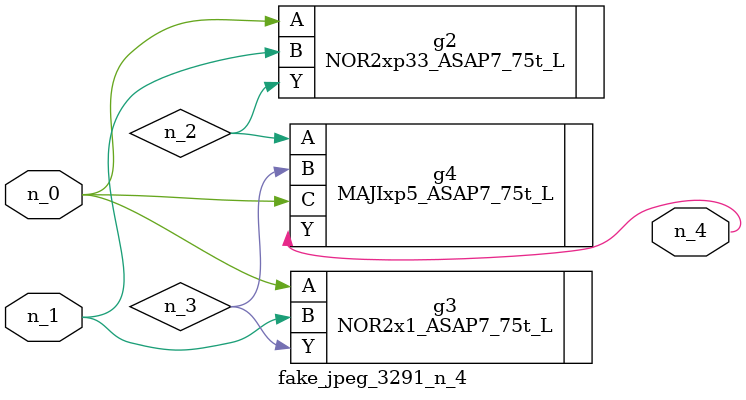
<source format=v>
module fake_jpeg_3291_n_4 (n_0, n_1, n_4);

input n_0;
input n_1;

output n_4;

wire n_2;
wire n_3;

NOR2xp33_ASAP7_75t_L g2 ( 
.A(n_0),
.B(n_1),
.Y(n_2)
);

NOR2x1_ASAP7_75t_L g3 ( 
.A(n_0),
.B(n_1),
.Y(n_3)
);

MAJIxp5_ASAP7_75t_L g4 ( 
.A(n_2),
.B(n_3),
.C(n_0),
.Y(n_4)
);


endmodule
</source>
